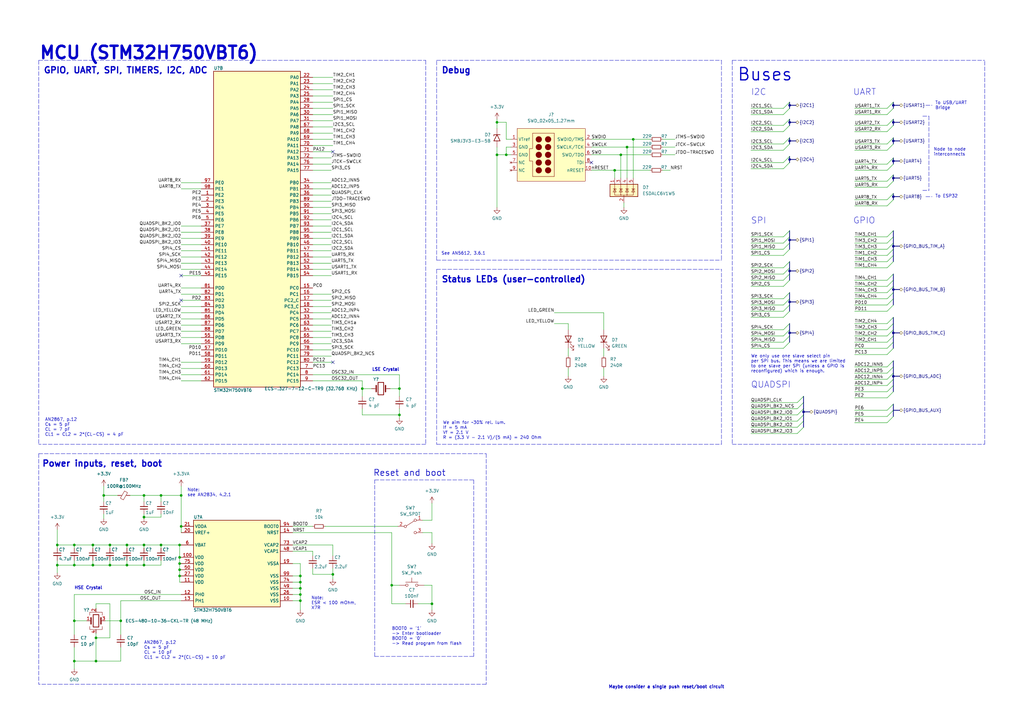
<source format=kicad_sch>
(kicad_sch (version 20211123) (generator eeschema)
  (paper "A3")
  (junction (at 203.835 63.5))
  (junction (at 30.48 271.145))
  (junction (at 323.85 136.525))
  (junction (at 177.165 247.65))
  (junction (at 329.565 168.91))
  (junction (at 66.04 223.52))
  (junction (at 123.19 238.76))
  (junction (at 74.295 203.2))
  (junction (at 73.66 236.22))
  (junction (at 203.835 50.165))
  (junction (at 123.19 236.22))
  (junction (at 123.19 243.84))
  (junction (at 163.83 170.18))
  (junction (at 163.83 159.385))
  (junction (at 323.85 43.18))
  (junction (at 59.055 231.775))
  (junction (at 74.295 215.9))
  (junction (at 30.48 223.52))
  (junction (at 45.085 231.775))
  (junction (at 257.175 60.325))
  (junction (at 259.715 57.15))
  (junction (at 49.53 254.635))
  (junction (at 366.395 136.525))
  (junction (at 30.48 254.635))
  (junction (at 45.085 223.52))
  (junction (at 207.645 63.5))
  (junction (at 366.395 50.165))
  (junction (at 52.07 231.775))
  (junction (at 73.66 223.52))
  (junction (at 42.545 203.2))
  (junction (at 136.525 235.585))
  (junction (at 160.655 240.03))
  (junction (at 39.37 261.62))
  (junction (at 59.055 212.09))
  (junction (at 52.07 223.52))
  (junction (at 66.04 203.2))
  (junction (at 366.395 43.18))
  (junction (at 323.85 98.425))
  (junction (at 366.395 100.965))
  (junction (at 366.395 66.04))
  (junction (at 59.055 223.52))
  (junction (at 39.37 271.145))
  (junction (at 366.395 73.025))
  (junction (at 366.395 154.305))
  (junction (at 366.395 118.745))
  (junction (at 323.85 123.825))
  (junction (at 73.66 231.14))
  (junction (at 73.66 233.68))
  (junction (at 23.495 223.52))
  (junction (at 366.395 80.645))
  (junction (at 252.095 69.85))
  (junction (at 38.1 231.775))
  (junction (at 30.48 231.775))
  (junction (at 366.395 57.785))
  (junction (at 23.495 231.775))
  (junction (at 73.66 228.6))
  (junction (at 38.1 223.52))
  (junction (at 254.635 63.5))
  (junction (at 59.055 203.2))
  (junction (at 323.85 50.165))
  (junction (at 323.85 111.125))
  (junction (at 323.85 65.405))
  (junction (at 148.59 159.385))
  (junction (at 323.85 57.785))
  (junction (at 123.19 241.3))
  (junction (at 123.19 246.38))
  (no_connect (at 136.525 62.23))
  (no_connect (at 74.295 123.19))
  (no_connect (at 136.525 148.59))
  (no_connect (at 242.57 66.675))
  (no_connect (at 74.295 113.03))
  (bus_entry (at 363.855 59.055) (size 2.54 -2.54))
  (bus_entry (at 321.31 66.675) (size 2.54 -2.54))
  (bus_entry (at 321.31 69.215) (size 2.54 -2.54))
  (bus_entry (at 321.31 61.595) (size 2.54 -2.54))
  (bus_entry (at 363.855 84.455) (size 2.54 -2.54))
  (bus_entry (at 327.025 175.26) (size 2.54 -2.54))
  (bus_entry (at 363.855 107.315) (size 2.54 -2.54))
  (bus_entry (at 363.855 122.555) (size 2.54 -2.54))
  (bus_entry (at 321.31 127.635) (size 2.54 -2.54))
  (bus_entry (at 321.31 137.795) (size 2.54 -2.54))
  (bus_entry (at 363.855 163.195) (size 2.54 -2.54))
  (bus_entry (at 327.025 177.8) (size 2.54 -2.54))
  (bus_entry (at 363.855 104.775) (size 2.54 -2.54))
  (bus_entry (at 363.855 67.31) (size 2.54 -2.54))
  (bus_entry (at 363.855 76.835) (size 2.54 -2.54))
  (bus_entry (at 363.855 81.915) (size 2.54 -2.54))
  (bus_entry (at 363.855 127.635) (size 2.54 -2.54))
  (bus_entry (at 363.855 170.815) (size 2.54 -2.54))
  (bus_entry (at 363.855 168.275) (size 2.54 -2.54))
  (bus_entry (at 321.31 117.475) (size 2.54 -2.54))
  (bus_entry (at 363.855 109.855) (size 2.54 -2.54))
  (bus_entry (at 321.31 135.255) (size 2.54 -2.54))
  (bus_entry (at 363.855 140.335) (size 2.54 -2.54))
  (bus_entry (at 321.31 46.99) (size 2.54 -2.54))
  (bus_entry (at 363.855 69.85) (size 2.54 -2.54))
  (bus_entry (at 321.31 44.45) (size 2.54 -2.54))
  (bus_entry (at 321.31 53.975) (size 2.54 -2.54))
  (bus_entry (at 363.855 158.115) (size 2.54 -2.54))
  (bus_entry (at 363.855 102.235) (size 2.54 -2.54))
  (bus_entry (at 321.31 125.095) (size 2.54 -2.54))
  (bus_entry (at 363.855 142.875) (size 2.54 -2.54))
  (bus_entry (at 363.855 97.155) (size 2.54 -2.54))
  (bus_entry (at 363.855 160.655) (size 2.54 -2.54))
  (bus_entry (at 321.31 142.875) (size 2.54 -2.54))
  (bus_entry (at 363.855 125.095) (size 2.54 -2.54))
  (bus_entry (at 363.855 145.415) (size 2.54 -2.54))
  (bus_entry (at 321.31 51.435) (size 2.54 -2.54))
  (bus_entry (at 363.855 132.715) (size 2.54 -2.54))
  (bus_entry (at 321.31 59.055) (size 2.54 -2.54))
  (bus_entry (at 327.025 167.64) (size 2.54 -2.54))
  (bus_entry (at 321.31 112.395) (size 2.54 -2.54))
  (bus_entry (at 363.855 173.355) (size 2.54 -2.54))
  (bus_entry (at 321.31 102.235) (size 2.54 -2.54))
  (bus_entry (at 321.31 104.775) (size 2.54 -2.54))
  (bus_entry (at 363.855 120.015) (size 2.54 -2.54))
  (bus_entry (at 327.025 172.72) (size 2.54 -2.54))
  (bus_entry (at 363.855 74.295) (size 2.54 -2.54))
  (bus_entry (at 363.855 99.695) (size 2.54 -2.54))
  (bus_entry (at 363.855 135.255) (size 2.54 -2.54))
  (bus_entry (at 363.855 150.495) (size 2.54 -2.54))
  (bus_entry (at 327.025 170.18) (size 2.54 -2.54))
  (bus_entry (at 363.855 51.435) (size 2.54 -2.54))
  (bus_entry (at 321.31 109.855) (size 2.54 -2.54))
  (bus_entry (at 321.31 114.935) (size 2.54 -2.54))
  (bus_entry (at 363.855 153.035) (size 2.54 -2.54))
  (bus_entry (at 321.31 122.555) (size 2.54 -2.54))
  (bus_entry (at 363.855 155.575) (size 2.54 -2.54))
  (bus_entry (at 321.31 99.695) (size 2.54 -2.54))
  (bus_entry (at 321.31 97.155) (size 2.54 -2.54))
  (bus_entry (at 327.025 165.1) (size 2.54 -2.54))
  (bus_entry (at 363.855 53.975) (size 2.54 -2.54))
  (bus_entry (at 363.855 44.45) (size 2.54 -2.54))
  (bus_entry (at 363.855 114.935) (size 2.54 -2.54))
  (bus_entry (at 363.855 46.99) (size 2.54 -2.54))
  (bus_entry (at 321.31 130.175) (size 2.54 -2.54))
  (bus_entry (at 363.855 137.795) (size 2.54 -2.54))
  (bus_entry (at 321.31 140.335) (size 2.54 -2.54))
  (bus_entry (at 363.855 61.595) (size 2.54 -2.54))
  (bus_entry (at 363.855 117.475) (size 2.54 -2.54))
  (wire (pts (xy 128.27 148.59) (xy 136.525 148.59)))
  (wire (pts (xy 233.045 142.875) (xy 233.045 146.05)))
  (wire (pts (xy 148.59 170.18) (xy 148.59 167.64)))
  (wire (pts (xy 350.52 74.295) (xy 363.855 74.295)))
  (wire (pts (xy 177.165 206.375) (xy 177.165 213.36)))
  (bus (pts (xy 329.565 165.1) (xy 329.565 167.64)))
  (wire (pts (xy 30.48 231.775) (xy 38.1 231.775)))
  (wire (pts (xy 128.27 57.15) (xy 136.525 57.15)))
  (wire (pts (xy 227.33 132.715) (xy 233.045 132.715)))
  (bus (pts (xy 366.395 150.495) (xy 366.395 153.035)))
  (wire (pts (xy 350.52 99.695) (xy 363.855 99.695)))
  (wire (pts (xy 350.52 69.85) (xy 363.855 69.85)))
  (polyline (pts (xy 179.07 110.49) (xy 179.07 182.245)))
  (wire (pts (xy 30.48 243.84) (xy 30.48 254.635)))
  (wire (pts (xy 350.52 145.415) (xy 363.855 145.415)))
  (polyline (pts (xy 174.625 182.245) (xy 15.875 182.245)))
  (wire (pts (xy 307.975 46.99) (xy 321.31 46.99)))
  (bus (pts (xy 366.395 102.235) (xy 366.395 104.775)))
  (wire (pts (xy 166.37 247.65) (xy 160.655 247.65)))
  (bus (pts (xy 366.395 43.18) (xy 368.935 43.18)))
  (wire (pts (xy 38.1 231.775) (xy 38.1 229.87)))
  (wire (pts (xy 350.52 107.315) (xy 363.855 107.315)))
  (wire (pts (xy 350.52 104.775) (xy 363.855 104.775)))
  (bus (pts (xy 366.395 100.965) (xy 368.935 100.965)))
  (wire (pts (xy 128.27 97.79) (xy 135.89 97.79)))
  (wire (pts (xy 350.52 142.875) (xy 363.855 142.875)))
  (wire (pts (xy 128.27 74.93) (xy 135.89 74.93)))
  (wire (pts (xy 73.66 231.14) (xy 73.66 233.68)))
  (wire (pts (xy 307.975 167.64) (xy 327.025 167.64)))
  (wire (pts (xy 177.165 240.03) (xy 173.99 240.03)))
  (wire (pts (xy 49.53 246.38) (xy 74.295 246.38)))
  (polyline (pts (xy 179.07 110.49) (xy 295.91 110.49)))
  (wire (pts (xy 128.27 49.53) (xy 136.525 49.53)))
  (bus (pts (xy 366.395 71.755) (xy 366.395 73.025)))
  (wire (pts (xy 160.655 240.03) (xy 163.83 240.03)))
  (polyline (pts (xy 403.86 182.245) (xy 403.86 24.765)))
  (wire (pts (xy 209.55 60.325) (xy 207.645 60.325)))
  (bus (pts (xy 366.395 73.025) (xy 366.395 74.295)))
  (wire (pts (xy 128.27 102.87) (xy 135.89 102.87)))
  (bus (pts (xy 366.395 79.375) (xy 366.395 80.645)))
  (wire (pts (xy 123.19 243.84) (xy 120.015 243.84)))
  (wire (pts (xy 350.52 51.435) (xy 363.855 51.435)))
  (wire (pts (xy 350.52 84.455) (xy 363.855 84.455)))
  (wire (pts (xy 307.975 114.935) (xy 321.31 114.935)))
  (wire (pts (xy 128.27 146.05) (xy 135.89 146.05)))
  (bus (pts (xy 366.395 135.255) (xy 366.395 136.525)))
  (wire (pts (xy 128.27 107.95) (xy 135.89 107.95)))
  (bus (pts (xy 366.395 99.695) (xy 366.395 100.965)))
  (wire (pts (xy 128.27 67.31) (xy 135.89 67.31)))
  (wire (pts (xy 307.975 177.8) (xy 327.025 177.8)))
  (wire (pts (xy 163.83 153.67) (xy 163.83 159.385)))
  (wire (pts (xy 74.295 128.27) (xy 82.55 128.27)))
  (wire (pts (xy 307.975 112.395) (xy 321.31 112.395)))
  (wire (pts (xy 307.975 130.175) (xy 321.31 130.175)))
  (polyline (pts (xy 295.91 24.765) (xy 295.91 106.68)))
  (wire (pts (xy 350.52 46.99) (xy 363.855 46.99)))
  (wire (pts (xy 123.19 231.14) (xy 120.015 231.14)))
  (wire (pts (xy 74.295 156.21) (xy 82.55 156.21)))
  (wire (pts (xy 128.27 39.37) (xy 136.525 39.37)))
  (wire (pts (xy 74.295 140.97) (xy 82.55 140.97)))
  (bus (pts (xy 323.85 107.315) (xy 323.85 109.855)))
  (wire (pts (xy 128.27 110.49) (xy 135.89 110.49)))
  (wire (pts (xy 74.295 125.73) (xy 82.55 125.73)))
  (wire (pts (xy 45.085 231.775) (xy 52.07 231.775)))
  (wire (pts (xy 123.19 238.76) (xy 120.015 238.76)))
  (wire (pts (xy 307.975 99.695) (xy 321.31 99.695)))
  (wire (pts (xy 203.835 52.705) (xy 203.835 50.165)))
  (wire (pts (xy 30.48 254.635) (xy 30.48 260.35)))
  (wire (pts (xy 242.57 57.15) (xy 259.715 57.15)))
  (wire (pts (xy 52.07 223.52) (xy 59.055 223.52)))
  (wire (pts (xy 39.37 271.145) (xy 49.53 271.145)))
  (wire (pts (xy 350.52 150.495) (xy 363.855 150.495)))
  (wire (pts (xy 350.52 44.45) (xy 363.855 44.45)))
  (bus (pts (xy 323.85 112.395) (xy 323.85 114.935)))
  (wire (pts (xy 307.975 59.055) (xy 321.31 59.055)))
  (bus (pts (xy 323.85 64.135) (xy 323.85 65.405)))
  (wire (pts (xy 30.48 271.145) (xy 30.48 274.32)))
  (polyline (pts (xy 15.875 186.055) (xy 199.39 186.055)))
  (wire (pts (xy 120.015 215.9) (xy 128.27 215.9)))
  (wire (pts (xy 128.27 105.41) (xy 135.89 105.41)))
  (wire (pts (xy 203.835 60.325) (xy 203.835 63.5)))
  (wire (pts (xy 307.975 44.45) (xy 321.31 44.45)))
  (wire (pts (xy 350.52 137.795) (xy 363.855 137.795)))
  (bus (pts (xy 366.395 140.335) (xy 366.395 142.875)))
  (wire (pts (xy 74.295 92.71) (xy 82.55 92.71)))
  (wire (pts (xy 252.095 69.85) (xy 266.6466 69.85)))
  (bus (pts (xy 366.395 112.395) (xy 366.395 114.935)))
  (wire (pts (xy 23.495 223.52) (xy 23.495 224.79)))
  (wire (pts (xy 38.1 223.52) (xy 45.085 223.52)))
  (wire (pts (xy 73.66 238.76) (xy 74.295 238.76)))
  (wire (pts (xy 160.655 218.44) (xy 160.655 240.03)))
  (wire (pts (xy 74.295 102.87) (xy 82.55 102.87)))
  (wire (pts (xy 66.04 223.52) (xy 73.66 223.52)))
  (bus (pts (xy 323.85 109.855) (xy 323.85 111.125)))
  (wire (pts (xy 45.085 247.65) (xy 45.085 261.62)))
  (wire (pts (xy 128.27 233.045) (xy 128.27 235.585)))
  (bus (pts (xy 323.85 137.795) (xy 323.85 140.335)))
  (wire (pts (xy 203.835 63.5) (xy 203.835 85.09)))
  (wire (pts (xy 307.975 127.635) (xy 321.31 127.635)))
  (wire (pts (xy 350.52 155.575) (xy 363.855 155.575)))
  (wire (pts (xy 350.52 97.155) (xy 363.855 97.155)))
  (bus (pts (xy 366.395 41.91) (xy 366.395 43.18)))
  (bus (pts (xy 323.85 122.555) (xy 323.85 123.825)))
  (wire (pts (xy 128.27 64.77) (xy 135.89 64.77)))
  (wire (pts (xy 74.295 77.47) (xy 82.55 77.47)))
  (wire (pts (xy 66.04 203.2) (xy 74.295 203.2)))
  (wire (pts (xy 350.52 102.235) (xy 363.855 102.235)))
  (polyline (pts (xy 153.67 196.85) (xy 194.31 196.85)))
  (bus (pts (xy 366.395 50.165) (xy 368.935 50.165)))
  (wire (pts (xy 207.645 63.5) (xy 209.55 63.5)))
  (wire (pts (xy 74.295 100.33) (xy 82.55 100.33)))
  (wire (pts (xy 128.27 77.47) (xy 135.89 77.47)))
  (wire (pts (xy 73.66 236.22) (xy 73.66 238.76)))
  (bus (pts (xy 366.395 130.175) (xy 366.395 132.715)))
  (bus (pts (xy 323.85 97.155) (xy 323.85 98.425)))
  (bus (pts (xy 323.85 111.125) (xy 326.39 111.125)))
  (wire (pts (xy 123.19 236.22) (xy 123.19 238.76)))
  (wire (pts (xy 307.975 51.435) (xy 321.31 51.435)))
  (wire (pts (xy 257.175 60.325) (xy 266.7 60.325)))
  (wire (pts (xy 59.055 223.52) (xy 66.04 223.52)))
  (polyline (pts (xy 179.07 106.68) (xy 179.07 24.765)))
  (wire (pts (xy 128.27 226.06) (xy 128.27 227.965)))
  (wire (pts (xy 307.975 61.595) (xy 321.31 61.595)))
  (wire (pts (xy 123.19 246.38) (xy 123.19 250.19)))
  (wire (pts (xy 171.45 247.65) (xy 177.165 247.65)))
  (wire (pts (xy 30.48 243.84) (xy 74.295 243.84)))
  (wire (pts (xy 66.04 203.2) (xy 66.04 205.74)))
  (wire (pts (xy 45.085 223.52) (xy 52.07 223.52)))
  (bus (pts (xy 366.395 64.77) (xy 366.395 66.04)))
  (wire (pts (xy 23.495 229.87) (xy 23.495 231.775)))
  (wire (pts (xy 307.975 140.335) (xy 321.31 140.335)))
  (wire (pts (xy 254.635 63.5) (xy 266.7 63.5)))
  (wire (pts (xy 73.66 223.52) (xy 74.295 223.52)))
  (bus (pts (xy 366.395 132.715) (xy 366.395 135.255)))
  (bus (pts (xy 366.395 118.745) (xy 368.935 118.745)))
  (wire (pts (xy 23.495 231.775) (xy 23.495 234.95)))
  (wire (pts (xy 242.57 60.325) (xy 257.175 60.325)))
  (polyline (pts (xy 199.39 186.055) (xy 199.39 280.67)))
  (bus (pts (xy 366.395 158.115) (xy 366.395 160.655)))
  (wire (pts (xy 128.27 95.25) (xy 135.89 95.25)))
  (bus (pts (xy 329.565 168.91) (xy 332.105 168.91)))
  (bus (pts (xy 323.85 50.165) (xy 323.85 51.435)))
  (wire (pts (xy 73.66 223.52) (xy 73.66 228.6)))
  (bus (pts (xy 366.395 80.645) (xy 366.395 81.915)))
  (wire (pts (xy 74.295 97.79) (xy 82.55 97.79)))
  (bus (pts (xy 366.395 117.475) (xy 366.395 118.745)))
  (wire (pts (xy 163.83 170.18) (xy 163.83 171.45)))
  (wire (pts (xy 128.27 138.43) (xy 135.89 138.43)))
  (wire (pts (xy 350.52 170.815) (xy 363.855 170.815)))
  (wire (pts (xy 350.52 163.195) (xy 363.855 163.195)))
  (wire (pts (xy 203.835 48.895) (xy 203.835 50.165)))
  (polyline (pts (xy 300.355 24.765) (xy 403.86 24.765)))
  (bus (pts (xy 366.395 57.785) (xy 368.935 57.785)))
  (polyline (pts (xy 179.07 106.68) (xy 295.91 106.68)))
  (wire (pts (xy 59.055 231.775) (xy 59.055 229.87)))
  (wire (pts (xy 23.495 217.17) (xy 23.495 223.52)))
  (wire (pts (xy 207.645 60.325) (xy 207.645 63.5)))
  (wire (pts (xy 350.52 125.095) (xy 363.855 125.095)))
  (wire (pts (xy 73.66 233.68) (xy 74.295 233.68)))
  (polyline (pts (xy 174.625 24.765) (xy 174.625 182.245)))
  (polyline (pts (xy 199.39 280.67) (xy 15.875 280.67)))
  (wire (pts (xy 123.19 246.38) (xy 120.015 246.38)))
  (wire (pts (xy 128.27 128.27) (xy 135.89 128.27)))
  (wire (pts (xy 59.055 203.2) (xy 66.04 203.2)))
  (wire (pts (xy 128.27 125.73) (xy 135.89 125.73)))
  (bus (pts (xy 366.395 100.965) (xy 366.395 102.235)))
  (wire (pts (xy 233.045 151.13) (xy 233.045 154.305)))
  (bus (pts (xy 329.565 167.64) (xy 329.565 168.91)))
  (bus (pts (xy 323.85 94.615) (xy 323.85 97.155)))
  (polyline (pts (xy 300.355 24.765) (xy 300.355 182.245)))
  (wire (pts (xy 59.055 203.2) (xy 59.055 205.74)))
  (wire (pts (xy 207.645 57.15) (xy 209.55 57.15)))
  (wire (pts (xy 74.295 74.93) (xy 82.55 74.93)))
  (wire (pts (xy 59.055 212.09) (xy 59.055 212.725)))
  (wire (pts (xy 136.525 223.52) (xy 136.525 227.965)))
  (bus (pts (xy 366.395 168.275) (xy 366.395 170.815)))
  (bus (pts (xy 323.85 65.405) (xy 323.85 66.675)))
  (wire (pts (xy 307.975 172.72) (xy 327.025 172.72)))
  (wire (pts (xy 30.48 265.43) (xy 30.48 271.145)))
  (wire (pts (xy 227.33 128.27) (xy 247.65 128.27)))
  (wire (pts (xy 74.295 95.25) (xy 82.55 95.25)))
  (wire (pts (xy 74.295 218.44) (xy 74.295 215.9)))
  (bus (pts (xy 366.395 56.515) (xy 366.395 57.785)))
  (wire (pts (xy 45.085 223.52) (xy 45.085 224.79)))
  (wire (pts (xy 73.66 228.6) (xy 73.66 231.14)))
  (wire (pts (xy 128.27 36.83) (xy 136.525 36.83)))
  (wire (pts (xy 74.295 133.35) (xy 82.55 133.35)))
  (wire (pts (xy 307.975 122.555) (xy 321.31 122.555)))
  (wire (pts (xy 30.48 223.52) (xy 30.48 224.79)))
  (wire (pts (xy 163.83 167.64) (xy 163.83 170.18)))
  (wire (pts (xy 128.27 143.51) (xy 135.89 143.51)))
  (wire (pts (xy 43.18 254.635) (xy 49.53 254.635)))
  (wire (pts (xy 247.65 142.875) (xy 247.65 146.05)))
  (wire (pts (xy 128.27 130.81) (xy 135.89 130.81)))
  (wire (pts (xy 307.975 125.095) (xy 321.31 125.095)))
  (wire (pts (xy 128.27 113.03) (xy 135.89 113.03)))
  (wire (pts (xy 350.52 135.255) (xy 363.855 135.255)))
  (bus (pts (xy 366.395 165.735) (xy 366.395 168.275)))
  (bus (pts (xy 366.395 168.275) (xy 368.935 168.275)))
  (wire (pts (xy 45.085 231.775) (xy 45.085 229.87)))
  (wire (pts (xy 350.52 173.355) (xy 363.855 173.355)))
  (bus (pts (xy 366.395 73.025) (xy 368.935 73.025)))
  (wire (pts (xy 307.975 137.795) (xy 321.31 137.795)))
  (wire (pts (xy 307.975 135.255) (xy 321.31 135.255)))
  (wire (pts (xy 73.66 231.14) (xy 74.295 231.14)))
  (polyline (pts (xy 194.31 196.85) (xy 194.31 269.24)))
  (wire (pts (xy 128.27 82.55) (xy 135.89 82.55)))
  (wire (pts (xy 207.645 57.15) (xy 207.645 50.165)))
  (wire (pts (xy 39.37 261.62) (xy 39.37 271.145)))
  (wire (pts (xy 23.495 231.775) (xy 30.48 231.775)))
  (wire (pts (xy 257.175 60.325) (xy 257.175 73.025)))
  (wire (pts (xy 74.295 215.9) (xy 74.295 203.2)))
  (wire (pts (xy 307.975 165.1) (xy 327.025 165.1)))
  (wire (pts (xy 128.27 34.29) (xy 136.525 34.29)))
  (wire (pts (xy 128.27 41.91) (xy 136.525 41.91)))
  (bus (pts (xy 323.85 65.405) (xy 326.39 65.405)))
  (wire (pts (xy 128.27 46.99) (xy 136.525 46.99)))
  (wire (pts (xy 38.1 223.52) (xy 38.1 224.79)))
  (bus (pts (xy 366.395 43.18) (xy 366.395 44.45)))
  (wire (pts (xy 350.52 76.835) (xy 363.855 76.835)))
  (wire (pts (xy 66.04 210.82) (xy 66.04 212.09)))
  (wire (pts (xy 128.27 90.17) (xy 135.89 90.17)))
  (wire (pts (xy 271.7266 69.85) (xy 274.955 69.85)))
  (wire (pts (xy 133.35 215.9) (xy 163.195 215.9)))
  (wire (pts (xy 128.27 92.71) (xy 135.89 92.71)))
  (wire (pts (xy 177.165 247.65) (xy 177.165 240.03)))
  (wire (pts (xy 252.095 69.85) (xy 252.095 73.025)))
  (wire (pts (xy 123.19 236.22) (xy 120.015 236.22)))
  (polyline (pts (xy 379.73 80.645) (xy 382.27 80.645)))
  (bus (pts (xy 366.395 136.525) (xy 366.395 137.795)))
  (bus (pts (xy 323.85 48.895) (xy 323.85 50.165)))
  (wire (pts (xy 259.715 57.15) (xy 259.715 73.025)))
  (wire (pts (xy 307.975 170.18) (xy 327.025 170.18)))
  (wire (pts (xy 42.545 199.39) (xy 42.545 203.2)))
  (polyline (pts (xy 378.46 47.625) (xy 381 47.625)))
  (bus (pts (xy 323.85 132.715) (xy 323.85 135.255)))
  (wire (pts (xy 128.27 135.89) (xy 135.89 135.89)))
  (wire (pts (xy 74.295 148.59) (xy 82.55 148.59)))
  (wire (pts (xy 136.525 235.585) (xy 136.525 233.045)))
  (bus (pts (xy 329.565 168.91) (xy 329.565 170.18)))
  (bus (pts (xy 366.395 66.04) (xy 368.935 66.04)))
  (wire (pts (xy 59.055 231.775) (xy 66.04 231.775)))
  (wire (pts (xy 350.52 127.635) (xy 363.855 127.635)))
  (wire (pts (xy 74.295 120.65) (xy 82.55 120.65)))
  (bus (pts (xy 366.395 104.775) (xy 366.395 107.315)))
  (bus (pts (xy 366.395 120.015) (xy 366.395 122.555)))
  (wire (pts (xy 59.055 223.52) (xy 59.055 224.79)))
  (wire (pts (xy 52.07 231.775) (xy 59.055 231.775)))
  (bus (pts (xy 323.85 123.825) (xy 323.85 125.095)))
  (bus (pts (xy 323.85 123.825) (xy 326.39 123.825)))
  (wire (pts (xy 52.07 231.775) (xy 52.07 229.87)))
  (wire (pts (xy 128.27 44.45) (xy 136.525 44.45)))
  (wire (pts (xy 307.975 66.675) (xy 321.31 66.675)))
  (wire (pts (xy 350.52 61.595) (xy 363.855 61.595)))
  (wire (pts (xy 203.835 50.165) (xy 207.645 50.165)))
  (bus (pts (xy 329.565 172.72) (xy 329.565 175.26)))
  (polyline (pts (xy 381 47.625) (xy 381 78.105)))
  (bus (pts (xy 323.85 41.91) (xy 323.85 43.18)))
  (polyline (pts (xy 15.875 186.055) (xy 15.875 280.67)))
  (wire (pts (xy 271.78 57.15) (xy 276.86 57.15)))
  (bus (pts (xy 366.395 80.645) (xy 368.935 80.645)))
  (wire (pts (xy 66.04 231.775) (xy 66.04 229.87)))
  (wire (pts (xy 74.295 107.95) (xy 82.55 107.95)))
  (wire (pts (xy 307.975 53.975) (xy 321.31 53.975)))
  (wire (pts (xy 52.07 223.52) (xy 52.07 224.79)))
  (wire (pts (xy 74.295 123.19) (xy 82.55 123.19)))
  (wire (pts (xy 128.27 54.61) (xy 136.525 54.61)))
  (wire (pts (xy 74.295 130.81) (xy 82.55 130.81)))
  (wire (pts (xy 39.37 249.555) (xy 39.37 247.65)))
  (wire (pts (xy 307.975 102.235) (xy 321.31 102.235)))
  (wire (pts (xy 350.52 122.555) (xy 363.855 122.555)))
  (wire (pts (xy 128.27 235.585) (xy 136.525 235.585)))
  (wire (pts (xy 120.015 226.06) (xy 128.27 226.06)))
  (bus (pts (xy 329.565 170.18) (xy 329.565 172.72)))
  (wire (pts (xy 350.52 160.655) (xy 363.855 160.655)))
  (wire (pts (xy 148.59 156.21) (xy 148.59 159.385)))
  (bus (pts (xy 366.395 114.935) (xy 366.395 117.475)))
  (wire (pts (xy 350.52 81.915) (xy 363.855 81.915)))
  (wire (pts (xy 163.83 159.385) (xy 160.02 159.385)))
  (wire (pts (xy 123.19 231.14) (xy 123.19 236.22)))
  (wire (pts (xy 74.295 105.41) (xy 82.55 105.41)))
  (bus (pts (xy 366.395 48.895) (xy 366.395 50.165)))
  (wire (pts (xy 74.295 135.89) (xy 82.55 135.89)))
  (wire (pts (xy 350.52 114.935) (xy 363.855 114.935)))
  (wire (pts (xy 128.27 123.19) (xy 135.89 123.19)))
  (wire (pts (xy 128.27 31.75) (xy 136.525 31.75)))
  (wire (pts (xy 120.015 218.44) (xy 160.655 218.44)))
  (polyline (pts (xy 378.46 78.105) (xy 381 78.105)))
  (wire (pts (xy 136.525 235.585) (xy 136.525 237.49)))
  (wire (pts (xy 74.295 153.67) (xy 82.55 153.67)))
  (wire (pts (xy 163.83 159.385) (xy 163.83 162.56)))
  (bus (pts (xy 323.85 98.425) (xy 323.85 99.695)))
  (wire (pts (xy 350.52 59.055) (xy 363.855 59.055)))
  (wire (pts (xy 203.835 63.5) (xy 207.645 63.5)))
  (wire (pts (xy 45.085 261.62) (xy 39.37 261.62)))
  (wire (pts (xy 42.545 210.82) (xy 42.545 212.725)))
  (polyline (pts (xy 153.67 269.24) (xy 153.67 196.85)))
  (bus (pts (xy 323.85 120.015) (xy 323.85 122.555)))
  (wire (pts (xy 307.975 142.875) (xy 321.31 142.875)))
  (wire (pts (xy 123.19 243.84) (xy 123.19 246.38)))
  (bus (pts (xy 366.395 154.305) (xy 366.395 155.575)))
  (wire (pts (xy 49.53 246.38) (xy 49.53 254.635)))
  (polyline (pts (xy 179.07 182.245) (xy 295.91 182.245)))
  (wire (pts (xy 233.045 132.715) (xy 233.045 135.255)))
  (wire (pts (xy 74.295 118.11) (xy 82.55 118.11)))
  (bus (pts (xy 323.85 50.165) (xy 326.39 50.165)))
  (bus (pts (xy 323.85 125.095) (xy 323.85 127.635)))
  (wire (pts (xy 350.52 67.31) (xy 363.855 67.31)))
  (wire (pts (xy 74.295 199.39) (xy 74.295 203.2)))
  (polyline (pts (xy 300.355 182.245) (xy 403.86 182.245)))
  (wire (pts (xy 73.66 228.6) (xy 74.295 228.6)))
  (wire (pts (xy 39.37 261.62) (xy 39.37 259.715)))
  (polyline (pts (xy 379.73 43.18) (xy 382.27 43.18)))
  (wire (pts (xy 128.27 140.97) (xy 135.89 140.97)))
  (wire (pts (xy 160.655 247.65) (xy 160.655 240.03)))
  (wire (pts (xy 247.65 151.13) (xy 247.65 154.305)))
  (wire (pts (xy 74.295 110.49) (xy 82.55 110.49)))
  (wire (pts (xy 123.19 241.3) (xy 123.19 243.84)))
  (wire (pts (xy 163.83 170.18) (xy 148.59 170.18)))
  (wire (pts (xy 38.1 231.775) (xy 45.085 231.775)))
  (wire (pts (xy 350.52 132.715) (xy 363.855 132.715)))
  (wire (pts (xy 59.055 210.82) (xy 59.055 212.09)))
  (wire (pts (xy 123.19 238.76) (xy 123.19 241.3)))
  (wire (pts (xy 128.27 100.33) (xy 135.89 100.33)))
  (bus (pts (xy 366.395 118.745) (xy 366.395 120.015)))
  (wire (pts (xy 350.52 120.015) (xy 363.855 120.015)))
  (wire (pts (xy 177.165 213.36) (xy 173.355 213.36)))
  (wire (pts (xy 73.66 236.22) (xy 74.295 236.22)))
  (wire (pts (xy 307.975 117.475) (xy 321.31 117.475)))
  (polyline (pts (xy 153.67 269.24) (xy 194.31 269.24)))
  (bus (pts (xy 329.565 162.56) (xy 329.565 165.1)))
  (wire (pts (xy 30.48 229.87) (xy 30.48 231.775)))
  (wire (pts (xy 74.295 138.43) (xy 82.55 138.43)))
  (wire (pts (xy 120.015 223.52) (xy 136.525 223.52)))
  (wire (pts (xy 42.545 203.2) (xy 42.545 205.74)))
  (bus (pts (xy 366.395 136.525) (xy 368.935 136.525)))
  (polyline (pts (xy 179.07 24.765) (xy 295.91 24.765)))
  (wire (pts (xy 66.04 212.09) (xy 59.055 212.09)))
  (wire (pts (xy 247.65 128.27) (xy 247.65 135.255)))
  (bus (pts (xy 323.85 136.525) (xy 323.85 137.795)))
  (wire (pts (xy 128.27 85.09) (xy 135.89 85.09)))
  (wire (pts (xy 128.27 80.01) (xy 135.89 80.01)))
  (wire (pts (xy 177.165 222.885) (xy 177.165 218.44)))
  (wire (pts (xy 74.295 151.13) (xy 82.55 151.13)))
  (wire (pts (xy 350.52 53.975) (xy 363.855 53.975)))
  (wire (pts (xy 350.52 117.475) (xy 363.855 117.475)))
  (wire (pts (xy 350.52 153.035) (xy 363.855 153.035)))
  (wire (pts (xy 307.975 109.855) (xy 321.31 109.855)))
  (wire (pts (xy 307.975 97.155) (xy 321.31 97.155)))
  (wire (pts (xy 307.975 175.26) (xy 327.025 175.26)))
  (wire (pts (xy 42.545 203.2) (xy 48.26 203.2)))
  (bus (pts (xy 366.395 137.795) (xy 366.395 140.335)))
  (wire (pts (xy 128.27 59.69) (xy 136.525 59.69)))
  (bus (pts (xy 366.395 94.615) (xy 366.395 97.155)))
  (polyline (pts (xy 15.875 24.765) (xy 15.875 182.245)))
  (wire (pts (xy 350.52 168.275) (xy 363.855 168.275)))
  (wire (pts (xy 23.495 223.52) (xy 30.48 223.52)))
  (wire (pts (xy 128.27 69.85) (xy 135.89 69.85)))
  (wire (pts (xy 123.19 241.3) (xy 120.015 241.3)))
  (bus (pts (xy 323.85 98.425) (xy 326.39 98.425)))
  (wire (pts (xy 128.27 62.23) (xy 136.525 62.23)))
  (bus (pts (xy 366.395 155.575) (xy 366.395 158.115)))
  (wire (pts (xy 177.165 250.19) (xy 177.165 247.65)))
  (wire (pts (xy 350.52 140.335) (xy 363.855 140.335)))
  (wire (pts (xy 271.78 63.5) (xy 276.86 63.5)))
  (wire (pts (xy 49.53 254.635) (xy 49.53 260.35)))
  (wire (pts (xy 39.37 247.65) (xy 45.085 247.65)))
  (wire (pts (xy 73.66 233.68) (xy 73.66 236.22)))
  (bus (pts (xy 323.85 99.695) (xy 323.85 102.235)))
  (bus (pts (xy 366.395 122.555) (xy 366.395 125.095)))
  (bus (pts (xy 323.85 57.785) (xy 323.85 59.055)))
  (wire (pts (xy 177.165 218.44) (xy 173.355 218.44)))
  (wire (pts (xy 35.56 254.635) (xy 30.48 254.635)))
  (bus (pts (xy 366.395 97.155) (xy 366.395 99.695)))
  (wire (pts (xy 254.635 63.5) (xy 254.635 73.025)))
  (wire (pts (xy 128.27 120.65) (xy 135.89 120.65)))
  (bus (pts (xy 323.85 43.18) (xy 326.39 43.18)))
  (bus (pts (xy 323.85 43.18) (xy 323.85 44.45)))
  (bus (pts (xy 366.395 50.165) (xy 366.395 51.435)))
  (wire (pts (xy 259.715 57.15) (xy 266.7 57.15)))
  (bus (pts (xy 323.85 135.255) (xy 323.85 136.525)))
  (wire (pts (xy 350.52 109.855) (xy 363.855 109.855)))
  (polyline (pts (xy 295.91 182.245) (xy 295.91 110.49)))
  (wire (pts (xy 66.04 223.52) (xy 66.04 224.79)))
  (bus (pts (xy 366.395 153.035) (xy 366.395 154.305)))
  (wire (pts (xy 242.57 63.5) (xy 254.635 63.5)))
  (wire (pts (xy 74.295 113.03) (xy 82.55 113.03)))
  (bus (pts (xy 323.85 56.515) (xy 323.85 57.785)))
  (wire (pts (xy 30.48 271.145) (xy 39.37 271.145)))
  (polyline (pts (xy 15.875 24.765) (xy 174.625 24.765)))
  (wire (pts (xy 128.27 87.63) (xy 135.89 87.63)))
  (bus (pts (xy 366.395 57.785) (xy 366.395 59.055)))
  (wire (pts (xy 128.27 133.35) (xy 135.89 133.35)))
  (wire (pts (xy 128.27 52.07) (xy 136.525 52.07)))
  (bus (pts (xy 323.85 136.525) (xy 326.39 136.525)))
  (wire (pts (xy 271.78 60.325) (xy 276.86 60.325)))
  (wire (pts (xy 307.975 69.215) (xy 321.31 69.215)))
  (wire (pts (xy 128.27 153.67) (xy 163.83 153.67)))
  (wire (pts (xy 242.57 69.85) (xy 252.095 69.85)))
  (bus (pts (xy 366.395 154.305) (xy 368.935 154.305)))
  (wire (pts (xy 350.52 158.115) (xy 363.855 158.115)))
  (wire (pts (xy 30.48 223.52) (xy 38.1 223.52)))
  (bus (pts (xy 366.395 66.04) (xy 366.395 67.31)))
  (bus (pts (xy 323.85 57.785) (xy 326.39 57.785)))
  (wire (pts (xy 255.905 83.185) (xy 255.905 85.09)))
  (wire (pts (xy 307.975 104.775) (xy 321.31 104.775)))
  (wire (pts (xy 128.27 156.21) (xy 148.59 156.21)))
  (wire (pts (xy 53.34 203.2) (xy 59.055 203.2)))
  (bus (pts (xy 323.85 111.125) (xy 323.85 112.395)))
  (wire (pts (xy 148.59 159.385) (xy 148.59 162.56)))
  (wire (pts (xy 49.53 271.145) (xy 49.53 265.43)))
  (bus (pts (xy 366.395 147.955) (xy 366.395 150.495)))
  (wire (pts (xy 148.59 159.385) (xy 152.4 159.385)))
  (text "Note:\nESR < 100 mOhm, \nX7R" (at 127.635 250.19 0) (effects (font (size 1.27 1.27)) (justify left bottom)))
  (text "AN2867, p.12\nCs = 5 pF\nCL = 7 pF\nCL1 = CL2 = 2*(CL-CS) = 4 pF" (at 18.415 179.07 0) (effects (font (size 1.27 1.27)) (justify left bottom)))
  (text "To USB/UART \nBridge" (at 383.54 45.085 0) (effects (font (size 1.27 1.27)) (justify left bottom)))
  (text "I2C" (at 307.975 39.37 0) (effects (font (size 2.54 2.54)) (justify left bottom)))
  (text "See AN5612, 3.6.1" (at 180.975 104.775 0) (effects (font (size 1.27 1.27)) (justify left bottom)))
  (text "We aim for ~30% rel. lum.\nIf = 5 mA\nVf = 2.1 V\nR = (3.3 V - 2.1 V)/(5 mA) = 240 Ohm" (at 181.61 180.34 0) (effects (font (size 1.27 1.27)) (justify left bottom)))
  (text "To ESP32" (at 383.54 81.28 0) (effects (font (size 1.27 1.27)) (justify left bottom)))
  (text "SPI" (at 307.975 92.075 0) (effects (font (size 2.54 2.54)) (justify left bottom)))
  (text "Power inputs, reset, boot" (at 17.145 191.77 0) (effects (font (size 2.54 2.54) (thickness 0.508) bold) (justify left bottom)))
  (text "MCU (STM32H750VBT6)" (at 15.875 24.765 0) (effects (font (size 5.08 5.08) bold) (justify left bottom)))
  (text "GPIO" (at 349.885 92.075 0) (effects (font (size 2.54 2.54)) (justify left bottom)))
  (text "HSE Crystal" (at 30.48 241.935 0) (effects (font (size 1.27 1.27) (thickness 0.254) bold) (justify left bottom)))
  (text "Reset and boot" (at 153.035 195.58 0) (effects (font (size 2.54 2.54) (thickness 0.254) bold) (justify left bottom)))
  (text "Buses" (at 302.26 33.655 0) (effects (font (size 5.08 5.08) (thickness 0.508) bold) (justify left bottom)))
  (text "Note: \nsee AN2834, 4.2.1" (at 76.835 203.835 0) (effects (font (size 1.27 1.27)) (justify left bottom)))
  (text "UART" (at 349.885 39.37 0) (effects (font (size 2.54 2.54)) (justify left bottom)))
  (text "AN2867, p.12\nCs = 5 pF\nCL = 10 pF\nCL1 = CL2 = 2*(CL-CS) = 10 pF" (at 59.055 270.51 0) (effects (font (size 1.27 1.27)) (justify left bottom)))
  (text "We only use one slave select pin \nper SPI bus. This means we are limited \nto one slave per SPI (unless a GPIO is \nreconfigured) which is enough." (at 307.975 153.035 0) (effects (font (size 1.27 1.27)) (justify left bottom)))
  (text "Status LEDs (user-controlled)" (at 180.975 116.205 0) (effects (font (size 2.54 2.54) bold) (justify left bottom)))
  (text "BOOT0 = '1' \n-> Enter bootloader\nBOOT0 = '0' \n-> Read program from flash" (at 160.655 264.795 0) (effects (font (size 1.27 1.27)) (justify left bottom)))
  (text "QUADSPI" (at 307.975 159.385 0) (effects (font (size 2.54 2.54)) (justify left bottom)))
  (text "Node to node\ninterconnects" (at 382.905 64.135 0) (effects (font (size 1.27 1.27)) (justify left bottom)))
  (text "Maybe consider a single push reset/boot circuit" (at 249.555 282.575 0) (effects (font (size 1.27 1.27) bold) (justify left bottom)))
  (text "Debug" (at 180.975 30.48 0) (effects (font (size 2.54 2.54) bold) (justify left bottom)))
  (text "LSE Crystal" (at 163.83 152.4 180) (effects (font (size 1.27 1.27) (thickness 0.254) bold) (justify right bottom)))
  (text "GPIO, UART, SPI, TIMERS, I2C, ADC" (at 17.78 30.48 0) (effects (font (size 2.54 2.54) bold) (justify left bottom)))
  (label "SPI1_CS" (at 136.525 41.91 0))
  (label "I2C1_SDA" (at 135.89 97.79 0))
  (label "QUADSPI_BK2_IO2" (at 307.975 175.26 0))
  (label "SPI2_SCK" (at 307.975 109.855 0))
  (label "I2C3_SDA" (at 135.89 140.97 0))
  (label "SPI1_MISO" (at 307.975 102.235 0))
  (label "SPI1_MISO" (at 136.525 46.99 0))
  (label "UART4_TX" (at 74.295 120.65 180))
  (label "PE3" (at 350.52 160.655 0))
  (label "USART2_TX" (at 74.295 130.81 180))
  (label "NRST" (at 120.015 218.44 0))
  (label "TIM1_CH3" (at 136.525 57.15 0))
  (label "JTDO-TRACESWO" (at 276.86 63.5 0))
  (label "PE5" (at 82.55 87.63 180))
  (label "SPI4_MOSI" (at 74.295 110.49 180))
  (label "TIM1_CH3" (at 350.52 107.315 0))
  (label "SPI3_MISO" (at 307.975 127.635 0))
  (label "LED_GREEN" (at 74.295 135.89 180))
  (label "PA12" (at 128.27 62.23 0))
  (label "USART3_TX" (at 350.52 59.055 0))
  (label "UART8_RX" (at 74.295 74.93 180))
  (label "QUADSPI_BK2_NCS" (at 307.975 167.64 0))
  (label "SPI1_MOSI" (at 136.525 49.53 0))
  (label "SPI3_CS" (at 307.975 130.175 0))
  (label "OSC_IN" (at 66.04 243.84 180))
  (label "PD10" (at 82.55 143.51 180))
  (label "VCAP2" (at 120.015 223.52 0))
  (label "PC13" (at 350.52 145.415 0))
  (label "PC13" (at 128.27 151.13 0))
  (label "I2C3_SDA" (at 307.975 61.595 0))
  (label "PD10" (at 350.52 125.095 0))
  (label "UART5_TX" (at 350.52 74.295 0))
  (label "I2C4_SCL" (at 307.975 66.675 0))
  (label "TIM1_CH2" (at 350.52 104.775 0))
  (label "UART8_TX" (at 74.295 77.47 180))
  (label "SPI3_MOSI" (at 307.975 125.095 0))
  (label "USART3_TX" (at 74.295 138.43 180))
  (label "SPI3_SCK" (at 307.975 122.555 0))
  (label "JTMS-SWDIO" (at 276.86 57.15 0))
  (label "SPI3_MOSI" (at 135.89 87.63 0))
  (label "SWCLK" (at 242.57 60.325 0))
  (label "I2C3_SCL" (at 136.525 52.07 0))
  (label "NRST" (at 274.955 69.85 0))
  (label "TIM4_CH1" (at 350.52 114.935 0))
  (label "USART2_RX" (at 74.295 133.35 180))
  (label "TIM2_CH1" (at 136.525 31.75 0))
  (label "JTDO-TRACESWO" (at 135.89 82.55 0))
  (label "USART2_RX" (at 350.52 53.975 0))
  (label "QUADSPI_BK2_IO3" (at 307.975 177.8 0))
  (label "OSC32_OUT" (at 135.89 156.21 0))
  (label "PE6" (at 82.55 90.17 180))
  (label "BOOT0" (at 120.015 215.9 0))
  (label "TIM2_CH2" (at 136.525 34.29 0))
  (label "I2C4_SDA" (at 135.89 92.71 0))
  (label "PE2" (at 82.55 80.01 180))
  (label "USART1_TX" (at 135.89 110.49 0))
  (label "SPI1_SCK" (at 307.975 97.155 0))
  (label "UART5_RX" (at 135.89 105.41 0))
  (label "SPI3_SCK" (at 135.89 143.51 0))
  (label "LED_YELLOW" (at 74.295 128.27 180))
  (label "SPI1_SCK" (at 136.525 44.45 0))
  (label "SPI1_MOSI" (at 307.975 99.695 0))
  (label "TIM4_CH3" (at 74.295 153.67 180))
  (label "SPI4_SCK" (at 74.295 105.41 180))
  (label "SPI4_SCK" (at 307.975 135.255 0))
  (label "UART8_TX" (at 350.52 81.915 0))
  (label "SPI3_MISO" (at 135.89 85.09 0))
  (label "TIM2_CH3" (at 136.525 36.83 0))
  (label "TIM1_CH4" (at 136.525 59.69 0))
  (label "SPI4_MISO" (at 74.295 107.95 180))
  (label "PE3" (at 82.55 82.55 180))
  (label "PE5" (at 350.52 170.815 0))
  (label "TIM4_CH4" (at 74.295 156.21 180))
  (label "QUADSPI_BK2_IO2" (at 74.295 97.79 180))
  (label "QUADSPI_BK2_IO1" (at 307.975 172.72 0))
  (label "PD2" (at 82.55 123.19 180))
  (label "TIM3_CH3" (at 350.52 102.235 0))
  (label "ADC12_INN4" (at 135.89 130.81 0))
  (label "I2C4_SCL" (at 135.89 90.17 0))
  (label "LED_YELLOW" (at 227.33 132.715 180))
  (label "ADC12_INP4" (at 135.89 128.27 0))
  (label "I2C2_SDA" (at 307.975 53.975 0))
  (label "SPI4_CS" (at 307.975 142.875 0))
  (label "USART3_RX" (at 74.295 140.97 180))
  (label "TIM1_CH2" (at 136.525 54.61 0))
  (label "SWDIO" (at 242.57 57.15 0))
  (label "I2C3_SCL" (at 307.975 59.055 0))
  (label "I2C1_SDA" (at 307.975 46.99 0))
  (label "USART1_RX" (at 350.52 46.99 0))
  (label "PE4" (at 350.52 173.355 0))
  (label "JTMS-SWDIO" (at 135.89 64.77 0))
  (label "TIM2_CH3" (at 350.52 135.255 0))
  (label "QUADSPI_BK2_IO0" (at 74.295 92.71 180))
  (label "I2C1_SCL" (at 135.89 95.25 0))
  (label "I2C1_SCL" (at 307.975 44.45 0))
  (label "USART2_TX" (at 350.52 51.435 0))
  (label "SPI2_MOSI" (at 135.89 125.73 0))
  (label "SPI2_MOSI" (at 307.975 112.395 0))
  (label "TIM2_CH1" (at 350.52 140.335 0))
  (label "ADC12_INP5" (at 350.52 153.035 0))
  (label "TIM2_CH2" (at 350.52 137.795 0))
  (label "JTCK-SWCLK" (at 135.89 67.31 0))
  (label "UART4_TX" (at 350.52 67.31 0))
  (label "OSC32_IN" (at 135.89 153.67 0))
  (label "I2C2_SCL" (at 135.89 100.33 0))
  (label "I2C2_SDA" (at 135.89 102.87 0))
  (label "UART5_TX" (at 135.89 107.95 0))
  (label "PD11" (at 82.55 146.05 180))
  (label "LED_GREEN" (at 227.33 128.27 180))
  (label "SPI4_CS" (at 74.295 102.87 180))
  (label "QUADSPI_BK2_IO1" (at 74.295 95.25 180))
  (label "ADC12_INN5" (at 350.52 150.495 0))
  (label "SPI2_CS" (at 135.89 120.65 0))
  (label "UART8_RX" (at 350.52 84.455 0))
  (label "QUADSPI_BK2_IO3" (at 74.295 100.33 180))
  (label "PE4" (at 82.55 85.09 180))
  (label "SPI1_CS" (at 307.975 104.775 0))
  (label "TIM3_CH2" (at 350.52 99.695 0))
  (label "QUADSPI_CLK" (at 135.89 80.01 0))
  (label "ADC12_INN5" (at 135.89 74.93 0))
  (label "I2C2_SCL" (at 307.975 51.435 0))
  (label "QUADSPI_BK2_NCS" (at 135.89 146.05 0))
  (label "SPI4_MOSI" (at 307.975 137.795 0))
  (label "TIM2_CH4" (at 136.525 39.37 0))
  (label "TIM4_CH2" (at 74.295 151.13 180))
  (label "TIM2_CH4" (at 350.52 132.715 0))
  (label "ADC12_INP5" (at 135.89 77.47 0))
  (label "PC12" (at 128.27 148.59 0))
  (label "UART4_RX" (at 74.295 118.11 180))
  (label "nRESET" (at 242.57 69.85 0))
  (label "SWO" (at 242.57 63.5 0))
  (label "SPI2_MISO" (at 307.975 114.935 0))
  (label "TIM4_CH4" (at 350.52 122.555 0))
  (label "TIM3_CH1" (at 350.52 97.155 0))
  (label "ADC12_INN4" (at 350.52 155.575 0))
  (label "TIM1_CH4" (at 350.52 109.855 0))
  (label "SPI2_MISO" (at 135.89 123.19 0))
  (label "TIM3_CH3" (at 135.89 138.43 0))
  (label "UART4_RX" (at 350.52 69.85 0))
  (label "JTCK-SWCLK" (at 276.86 60.325 0))
  (label "ADC12_INP4" (at 350.52 158.115 0))
  (label "PE6" (at 350.52 168.275 0))
  (label "TIM4_CH1" (at 74.295 148.59 180))
  (label "USART1_TX" (at 350.52 44.45 0))
  (label "I2C4_SDA" (at 307.975 69.215 0))
  (label "OSC_OUT" (at 66.04 246.38 180))
  (label "SPI4_MISO" (at 307.975 140.335 0))
  (label "SPI2_SCK" (at 74.295 125.73 180))
  (label "QUADSPI_BK2_IO0" (at 307.975 170.18 0))
  (label "PC0" (at 350.52 142.875 0))
  (label "PE2" (at 350.52 163.195 0))
  (label "PE15" (at 82.55 113.03 180))
  (label "TIM3_CH2" (at 135.89 135.89 0))
  (label "UART5_RX" (at 350.52 76.835 0))
  (label "SPI2_CS" (at 307.975 117.475 0))
  (label "USART3_RX" (at 350.52 61.595 0))
  (label "SPI3_CS" (at 135.89 69.85 0))
  (label "TIM3_CH1a" (at 135.89 133.35 0))
  (label "VCAP1" (at 120.015 226.06 0))
  (label "QUADSPI_CLK" (at 307.975 165.1 0))
  (label "USART1_RX" (at 135.89 113.03 0))
  (label "PD11" (at 350.52 127.635 0))
  (label "TIM4_CH3" (at 350.52 120.015 0))
  (label "PC0" (at 128.27 118.11 0))
  (label "TIM4_CH2" (at 350.52 117.475 0))
  (hierarchical_label "{SPI1}" (shape bidirectional) (at 326.39 98.425 0))
  (hierarchical_label "{USART2}" (shape bidirectional) (at 368.935 50.165 0))
  (hierarchical_label "{SPI4}" (shape bidirectional) (at 326.39 136.525 0))
  (hierarchical_label "{GPIO_BUS_AUX}" (shape bidirectional) (at 368.935 168.275 0))
  (hierarchical_label "{GPIO_BUS_TIM_C}" (shape bidirectional) (at 368.935 136.525 0))
  (hierarchical_label "{I2C3}" (shape bidirectional) (at 326.39 57.785 0))
  (hierarchical_label "{I2C2}" (shape bidirectional) (at 326.39 50.165 0))
  (hierarchical_label "{GPIO_BUS_TIM_A}" (shape bidirectional) (at 368.935 100.965 0))
  (hierarchical_label "{SPI3}" (shape bidirectional) (at 326.39 123.825 0))
  (hierarchical_label "{UART8}" (shape bidirectional) (at 368.935 80.645 0))
  (hierarchical_label "{SPI2}" (shape bidirectional) (at 326.39 111.125 0))
  (hierarchical_label "{GPIO_BUS_ADC}" (shape bidirectional) (at 368.935 154.305 0))
  (hierarchical_label "{USART1}" (shape bidirectional) (at 368.935 43.18 0))
  (hierarchical_label "{QUADSPI}" (shape bidirectional) (at 332.105 168.91 0))
  (hierarchical_label "{USART3}" (shape bidirectional) (at 368.935 57.785 0))
  (hierarchical_label "{UART5}" (shape bidirectional) (at 368.935 73.025 0))
  (hierarchical_label "{GPIO_BUS_TIM_B}" (shape bidirectional) (at 368.935 118.745 0))
  (hierarchical_label "{I2C4}" (shape bidirectional) (at 326.39 65.405 0))
  (hierarchical_label "{I2C1}" (shape bidirectional) (at 326.39 43.18 0))
  (hierarchical_label "{UART4}" (shape bidirectional) (at 368.935 66.04 0))
  (symbol (lib_id "0_mcu:STM32H750VBT6") (at 97.155 231.14 0) (unit 1)
    (property "Reference" "U?" (at 79.375 212.09 0) (effects (justify left)))
    (property "Value" "STM32H750VBT6" (at 79.375 250.19 0) (effects (justify left)))
    (property "Footprint" "Package_QFP:LQFP-100_14x14mm_P0.5mm" (effects hide))
    (property "Datasheet" "https://www.st.com/resource/en/datasheet/stm32h750ib.pdf" (effects hide))
  )
  (symbol (lib_id "power:+3.3V") (at 23.495 217.17 0) (unit 1)
    (property "Reference" "#PWR0114" (effects hide))
    (property "Value" "+3.3V" (at 23.495 212.09 0))
  )
  (symbol (lib_id "Device:C_Small") (at 136.525 230.505 0) (unit 1)
    (property "Reference" "C?" (at 137.16 228.6 0) (effects (justify left)))
    (property "Value" "2.2uF" (at 137.16 232.41 0) (effects (justify left)))
  )
  (symbol (lib_id "Device:C_Small") (at 163.83 165.1 0) (unit 1)
    (property "Reference" "C?" (at 166.37 163.83 0) (effects (justify left)))
    (property "Value" "4 pF" (at 166.37 166.37 0) (effects (justify left)))
  )
  (symbol (lib_id "0_diodes:SMBJ3V3-E3-5B") (at 203.835 56.515 90) (mirror x) (unit 1)
    (property "Reference" "D?" (at 201.295 55.245 90) (effects (justify left)))
    (property "Value" "SMBJ3V3-E3-5B" (at 201.295 57.785 90) (effects (justify left)))
    (property "Footprint" "Diode_SMD:D_SMB" (effects hide))
    (property "Datasheet" "https://www.vishay.com/docs/88940/smbj3v3.pdf" (effects hide))
  )
  (symbol (lib_id "Device:C_Small") (at 23.495 227.33 0) (unit 1)
    (property "Reference" "C?" (at 24.13 225.425 0) (effects (justify left)))
    (property "Value" "4.7uF" (at 24.13 229.235 0) (effects (justify left)))
  )
  (symbol (lib_id "Device:C_Small") (at 52.07 227.33 0) (unit 1)
    (property "Reference" "C?" (at 52.705 225.425 0) (effects (justify left)))
    (property "Value" "100nF" (at 52.705 229.235 0) (effects (justify left)))
  )
  (symbol (lib_id "0_power_protection:ESDALC6V1W5") (at 255.905 78.105 0) (unit 1)
    (property "Reference" "D?" (at 263.525 76.8349 0) (effects (justify left)))
    (property "Value" "ESDALC6V1W5" (at 263.525 79.3749 0) (effects (justify left)))
    (property "Footprint" "Package_TO_SOT_SMD:SOT-23-5" (effects hide))
    (property "Datasheet" "https://www.st.com/content/ccc/resource/technical/document/datasheet/32/30/02/e6/ac/0f/46/c2/CD00002946.pdf/files/CD00002946.pdf/jcr:content/translations/en.CD00002946.pdf" (effects hide))
  )
  (symbol (lib_id "Device:LED") (at 247.65 139.065 90) (unit 1)
    (property "Reference" "D?" (at 250.825 139.3824 90) (effects (justify right)))
    (property "Value" "GREEN" (at 250.825 141.9224 90) (effects (justify right)))
    (property "Footprint" "LED_SMD:LED_0603_1608Metric" (effects hide))
    (property "Datasheet" "https://www.bivar.com/parts_content/Datasheets/SM0603GC.pdf" (effects hide))
    (property "Manufacturer ref" "SM0603GC" (effects hide))
    (property "Digikey ref" "492-1324-1-ND" (effects hide))
  )
  (symbol (lib_id "power:GND") (at 123.19 250.19 0) (unit 1)
    (property "Reference" "#PWR0110" (effects hide))
    (property "Value" "GND" (at 123.19 254.635 0))
  )
  (symbol (lib_id "power:+3.3VA") (at 74.295 199.39 0) (unit 1)
    (property "Reference" "#PWR0113" (effects hide))
    (property "Value" "+3.3VA" (at 74.295 194.31 0))
  )
  (symbol (lib_id "power:GND") (at 203.835 85.09 0) (unit 1)
    (property "Reference" "#PWR0104" (effects hide))
    (property "Value" "GND" (at 203.835 89.535 0))
  )
  (symbol (lib_id "power:GND") (at 247.65 154.305 0) (unit 1)
    (property "Reference" "#PWR0102" (effects hide))
    (property "Value" "GND" (at 247.65 158.75 0))
  )
  (symbol (lib_id "0_connectors:SWD_02x05_1.27mm") (at 226.06 63.5 0) (unit 1)
    (property "Reference" "J?" (at 226.06 46.99 0))
    (property "Value" "SWD_02x05_1.27mm" (at 226.06 49.53 0))
    (property "Footprint" "0_connectors:3220-10-0200-00" (effects hide))
    (property "Datasheet" "http://www.cnctech.us/pdfs/3220-XX-0200-00_.pdf" (effects hide))
    (property "Manufacturer ref" "3220-10-0200-00" (effects hide))
  )
  (symbol (lib_id "Device:Crystal") (at 156.21 159.385 180) (unit 1)
    (property "Reference" "Y?" (at 153.035 155.575 0) (effects (justify right)))
    (property "Value" "ECS-.327-7-12-C-TR9 (32.768 KHz)" (at 146.685 159.385 0) (effects (justify left)))
    (property "Footprint" "Crystal:Crystal_SMD_2012-2Pin_2.0x1.2mm" (effects hide))
    (property "Datasheet" "https://ecsxtal.com/store/pdf/ECX_12.pdf" (effects hide))
    (property "Manufacturer ref" "ECS-.327-7-12-C-TR9" (effects hide))
    (property "Digikey ref" "50-ECS-.327-7-12-C-TR9CT-ND" (effects hide))
  )
  (symbol (lib_id "power:GND") (at 59.055 212.725 0) (unit 1)
    (property "Reference" "#PWR0108" (effects hide))
    (property "Value" "GND" (at 59.055 217.17 0))
  )
  (symbol (lib_id "Device:Crystal_GND24") (at 39.37 254.635 0) (unit 1)
    (property "Reference" "Y?" (at 34.29 250.19 0) (effects (justify left)))
    (property "Value" "ECS-480-10-36-CKL-TR (48 MHz)" (at 51.435 254.635 0) (effects (justify left)))
    (property "Footprint" "Crystal:Crystal_SMD_Abracon_ABM10-4Pin_2.5x2.0mm" (effects hide))
    (property "Datasheet" "https://abracon.com/Oscillators/ASDMB.pdf" (effects hide))
    (property "Manufacturer ref" "ECS-480-10-36-CKL-TR" (effects hide))
    (property "Digikey ref" "XC2667CT-ND" (effects hide))
  )
  (symbol (lib_id "Device:R_Small") (at 269.1866 69.85 90) (unit 1)
    (property "Reference" "R?" (at 272.3616 68.58 90))
    (property "Value" "22R" (at 265.3766 68.58 90))
  )
  (symbol (lib_id "Device:C_Small") (at 30.48 227.33 0) (unit 1)
    (property "Reference" "C?" (at 31.115 225.425 0) (effects (justify left)))
    (property "Value" "100nF" (at 31.115 229.235 0) (effects (justify left)))
  )
  (symbol (lib_id "Device:C_Small") (at 30.48 262.89 0) (unit 1)
    (property "Reference" "C?" (at 33.02 261.62 0) (effects (justify left)))
    (property "Value" "10 pF" (at 33.02 264.16 0) (effects (justify left)))
  )
  (symbol (lib_id "Device:C_Small") (at 128.27 230.505 0) (unit 1)
    (property "Reference" "C?" (at 128.905 228.6 0) (effects (justify left)))
    (property "Value" "2.2uF" (at 128.905 232.41 0) (effects (justify left)))
  )
  (symbol (lib_id "Device:C_Small") (at 49.53 262.89 0) (unit 1)
    (property "Reference" "C?" (at 52.07 261.62 0) (effects (justify left)))
    (property "Value" "10pF" (at 52.07 264.16 0) (effects (justify left)))
  )
  (symbol (lib_id "Device:R_Small") (at 269.24 57.15 90) (unit 1)
    (property "Reference" "R?" (at 272.415 55.88 90))
    (property "Value" "22R" (at 265.43 55.88 90))
  )
  (symbol (lib_id "Switch:SW_Push") (at 168.91 240.03 0) (unit 1)
    (property "Reference" "SW?" (at 168.91 232.41 0))
    (property "Value" "SW_Push" (at 168.91 234.95 0))
  )
  (symbol (lib_id "Device:R_Small") (at 130.81 215.9 90) (unit 1)
    (property "Reference" "R?" (at 130.81 209.55 90))
    (property "Value" "10k" (at 130.81 212.09 90))
  )
  (symbol (lib_id "power:GND") (at 177.165 222.885 0) (unit 1)
    (property "Reference" "#PWR0112" (effects hide))
    (property "Value" "GND" (at 177.165 227.33 0))
  )
  (symbol (lib_id "power:GND") (at 30.48 274.32 0) (unit 1)
    (property "Reference" "#PWR0115" (effects hide))
    (property "Value" "GND" (at 30.48 278.765 0))
  )
  (symbol (lib_id "Device:C_Small") (at 38.1 227.33 0) (unit 1)
    (property "Reference" "C?" (at 38.735 225.425 0) (effects (justify left)))
    (property "Value" "100nF" (at 38.735 229.235 0) (effects (justify left)))
  )
  (symbol (lib_id "Device:FerriteBead_Small") (at 50.8 203.2 270) (unit 1)
    (property "Reference" "FB?" (at 50.8381 196.85 90))
    (property "Value" "100R@100MHz" (at 50.8381 199.39 90))
  )
  (symbol (lib_id "0_mcu:STM32H750VBT6") (at 105.41 92.71 0) (unit 2)
    (property "Reference" "U?" (at 87.63 27.94 0) (effects (justify left)))
    (property "Value" "STM32H750VBT6" (at 87.63 160.02 0) (effects (justify left)))
    (property "Footprint" "Package_QFP:LQFP-100_14x14mm_P0.5mm" (effects hide))
    (property "Datasheet" "https://www.st.com/resource/en/datasheet/stm32h750ib.pdf" (effects hide))
  )
  (symbol (lib_id "power:+3.3V") (at 177.165 206.375 0) (unit 1)
    (property "Reference" "#PWR0107" (effects hide))
    (property "Value" "+3.3V" (at 177.165 201.295 0))
  )
  (symbol (lib_id "Device:C_Small") (at 66.04 227.33 0) (unit 1)
    (property "Reference" "C?" (at 66.675 225.425 0) (effects (justify left)))
    (property "Value" "100nF" (at 66.675 229.235 0) (effects (justify left)))
  )
  (symbol (lib_id "Switch:SW_SPDT") (at 168.275 215.9 0) (unit 1)
    (property "Reference" "SW?" (at 168.275 208.28 0))
    (property "Value" "SW_SPDT" (at 168.275 210.82 0))
  )
  (symbol (lib_id "Device:C_Small") (at 59.055 208.28 0) (unit 1)
    (property "Reference" "C?" (at 59.69 206.375 0) (effects (justify left)))
    (property "Value" "1uF" (at 59.69 210.185 0) (effects (justify left)))
  )
  (symbol (lib_id "Device:C_Small") (at 66.04 208.28 0) (unit 1)
    (property "Reference" "C?" (at 66.675 206.375 0) (effects (justify left)))
    (property "Value" "10nF" (at 66.675 210.185 0) (effects (justify left)))
  )
  (symbol (lib_id "Device:C_Small") (at 42.545 208.28 0) (unit 1)
    (property "Reference" "C?" (at 43.18 206.375 0) (effects (justify left)))
    (property "Value" "1uF" (at 43.18 210.185 0) (effects (justify left)))
  )
  (symbol (lib_id "Device:C_Small") (at 45.085 227.33 0) (unit 1)
    (property "Reference" "C?" (at 45.72 225.425 0) (effects (justify left)))
    (property "Value" "100nF" (at 45.72 229.235 0) (effects (justify left)))
  )
  (symbol (lib_id "Device:R_Small") (at 233.045 148.59 180) (unit 1)
    (property "Reference" "R?" (at 235.585 147.3199 0) (effects (justify right)))
    (property "Value" "240R" (at 235.585 149.8599 0) (effects (justify right)))
  )
  (symbol (lib_id "power:+3.3V") (at 42.545 199.39 0) (unit 1)
    (property "Reference" "#PWR0116" (effects hide))
    (property "Value" "+3.3V" (at 42.545 194.31 0))
  )
  (symbol (lib_id "power:GND") (at 42.545 212.725 0) (unit 1)
    (property "Reference" "#PWR0106" (effects hide))
    (property "Value" "GND" (at 42.545 217.17 0))
  )
  (symbol (lib_id "Device:R_Small") (at 269.24 63.5 90) (unit 1)
    (property "Reference" "R?" (at 272.415 62.23 90))
    (property "Value" "22R" (at 265.43 62.23 90))
  )
  (symbol (lib_id "Device:LED") (at 233.045 139.065 90) (unit 1)
    (property "Reference" "D?" (at 236.855 139.3824 90) (effects (justify right)))
    (property "Value" "YELLOW" (at 236.855 141.9224 90) (effects (justify right)))
    (property "Footprint" "LED_SMD:LED_0603_1608Metric" (effects hide))
    (property "Datasheet" "https://www.bivar.com/parts_content/Datasheets/SM0603UYC.pdf" (effects hide))
    (property "Manufacturer ref" "SM0603UYC" (effects hide))
    (property "Digikey ref" "492-1325-1-ND" (effects hide))
  )
  (symbol (lib_id "power:GND") (at 136.525 237.49 0) (unit 1)
    (property "Reference" "#PWR0109" (effects hide))
    (property "Value" "GND" (at 136.525 241.935 0))
  )
  (symbol (lib_id "Device:R_Small") (at 269.24 60.325 90) (unit 1)
    (property "Reference" "R?" (at 272.415 59.055 90))
    (property "Value" "22R" (at 265.43 59.055 90))
  )
  (symbol (lib_id "Device:R_Small") (at 247.65 148.59 180) (unit 1)
    (property "Reference" "R?" (at 250.19 147.3199 0) (effects (justify right)))
    (property "Value" "240R" (at 250.19 149.8599 0) (effects (justify right)))
  )
  (symbol (lib_id "power:GND") (at 233.045 154.305 0) (unit 1)
    (property "Reference" "#PWR0101" (effects hide))
    (property "Value" "GND" (at 233.045 158.75 0))
  )
  (symbol (lib_id "Device:C_Small") (at 59.055 227.33 0) (unit 1)
    (property "Reference" "C?" (at 59.69 225.425 0) (effects (justify left)))
    (property "Value" "100nF" (at 59.69 229.235 0) (effects (justify left)))
  )
  (symbol (lib_id "power:GND") (at 23.495 234.95 0) (unit 1)
    (property "Reference" "#PWR0105" (effects hide))
    (property "Value" "GND" (at 23.495 239.395 0))
  )
  (symbol (lib_id "power:GND") (at 177.165 250.19 0) (unit 1)
    (property "Reference" "#PWR0111" (effects hide))
    (property "Value" "GND" (at 177.165 254.635 0))
  )
  (symbol (lib_id "Device:C_Small") (at 168.91 247.65 90) (unit 1)
    (property "Reference" "C?" (at 168.91 241.935 90))
    (property "Value" "100nF" (at 168.91 244.475 90))
  )
  (symbol (lib_id "power:GND") (at 255.905 85.09 0) (unit 1)
    (property "Reference" "#PWR0118" (effects hide))
    (property "Value" "GND" (at 255.905 89.535 0))
  )
  (symbol (lib_id "power:+3.3V") (at 203.835 48.895 0) (unit 1)
    (property "Reference" "#PWR0103" (effects hide))
    (property "Value" "+3.3V" (at 203.835 43.815 0))
  )
  (symbol (lib_id "Device:C_Small") (at 148.59 165.1 0) (unit 1)
    (property "Reference" "C?" (at 151.13 163.83 0) (effects (justify left)))
    (property "Value" "4 pF" (at 151.13 166.37 0) (effects (justify left)))
  )
  (symbol (lib_id "power:GND") (at 163.83 171.45 0) (unit 1)
    (property "Reference" "#PWR0117" (effects hide))
    (property "Value" "GND" (at 163.83 175.895 0))
  )
)
</source>
